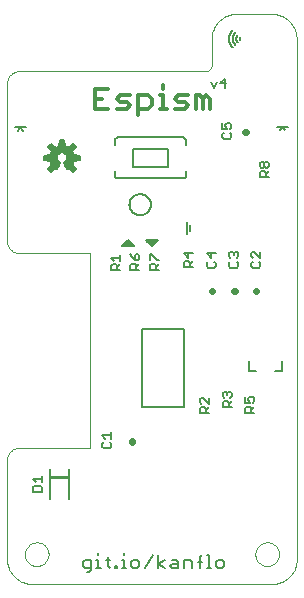
<source format=gto>
G75*
%MOIN*%
%OFA0B0*%
%FSLAX24Y24*%
%IPPOS*%
%LPD*%
%AMOC8*
5,1,8,0,0,1.08239X$1,22.5*
%
%ADD10C,0.0000*%
%ADD11C,0.0120*%
%ADD12C,0.0080*%
%ADD13C,0.0050*%
%ADD14C,0.0220*%
%ADD15C,0.0079*%
%ADD16C,0.0059*%
D10*
X003031Y003256D02*
X003031Y006602D01*
X003033Y006641D01*
X003039Y006679D01*
X003048Y006716D01*
X003061Y006753D01*
X003078Y006788D01*
X003097Y006821D01*
X003120Y006852D01*
X003146Y006881D01*
X003175Y006907D01*
X003206Y006930D01*
X003239Y006949D01*
X003274Y006966D01*
X003311Y006979D01*
X003348Y006988D01*
X003386Y006994D01*
X003425Y006996D01*
X005787Y006996D01*
X005787Y013492D01*
X003425Y013492D01*
X003425Y013491D02*
X003386Y013493D01*
X003348Y013499D01*
X003311Y013508D01*
X003274Y013521D01*
X003239Y013538D01*
X003206Y013557D01*
X003175Y013580D01*
X003146Y013606D01*
X003120Y013635D01*
X003097Y013666D01*
X003078Y013699D01*
X003061Y013734D01*
X003048Y013771D01*
X003039Y013808D01*
X003033Y013846D01*
X003031Y013885D01*
X003031Y019161D01*
X003033Y019200D01*
X003039Y019238D01*
X003048Y019275D01*
X003061Y019312D01*
X003078Y019347D01*
X003097Y019380D01*
X003120Y019411D01*
X003146Y019440D01*
X003175Y019466D01*
X003206Y019489D01*
X003239Y019508D01*
X003274Y019525D01*
X003311Y019538D01*
X003348Y019547D01*
X003386Y019553D01*
X003425Y019555D01*
X009645Y019555D01*
X009671Y019557D01*
X009696Y019562D01*
X009720Y019570D01*
X009744Y019581D01*
X009765Y019596D01*
X009784Y019613D01*
X009801Y019632D01*
X009816Y019654D01*
X009827Y019677D01*
X009835Y019701D01*
X009840Y019726D01*
X009842Y019752D01*
X009842Y020578D01*
X010630Y021466D02*
X011889Y021466D01*
X011944Y021460D01*
X011998Y021452D01*
X012051Y021440D01*
X012104Y021424D01*
X012156Y021405D01*
X012206Y021383D01*
X012254Y021357D01*
X012301Y021328D01*
X012346Y021297D01*
X012389Y021262D01*
X012429Y021225D01*
X012467Y021185D01*
X012502Y021143D01*
X012534Y021098D01*
X012563Y021052D01*
X012589Y021003D01*
X012612Y020954D01*
X012632Y020902D01*
X012648Y020850D01*
X012661Y020796D01*
X012670Y020742D01*
X012676Y020688D01*
X012678Y020633D01*
X012677Y020578D01*
X012677Y003256D01*
X012676Y003256D02*
X012674Y003202D01*
X012669Y003149D01*
X012660Y003096D01*
X012647Y003044D01*
X012631Y002992D01*
X012611Y002942D01*
X012588Y002894D01*
X012561Y002847D01*
X012532Y002802D01*
X012499Y002759D01*
X012464Y002719D01*
X012426Y002681D01*
X012386Y002646D01*
X012343Y002613D01*
X012298Y002584D01*
X012251Y002557D01*
X012203Y002534D01*
X012153Y002514D01*
X012101Y002498D01*
X012049Y002485D01*
X011996Y002476D01*
X011943Y002471D01*
X011889Y002469D01*
X011889Y002468D02*
X003819Y002468D01*
X003819Y002469D02*
X003765Y002471D01*
X003712Y002476D01*
X003659Y002485D01*
X003607Y002498D01*
X003555Y002514D01*
X003505Y002534D01*
X003457Y002557D01*
X003410Y002584D01*
X003365Y002613D01*
X003322Y002646D01*
X003282Y002681D01*
X003244Y002719D01*
X003209Y002759D01*
X003176Y002802D01*
X003147Y002847D01*
X003120Y002894D01*
X003097Y002942D01*
X003077Y002992D01*
X003061Y003044D01*
X003048Y003096D01*
X003039Y003149D01*
X003034Y003202D01*
X003032Y003256D01*
X003621Y003452D02*
X003623Y003491D01*
X003629Y003530D01*
X003639Y003568D01*
X003652Y003605D01*
X003669Y003640D01*
X003689Y003674D01*
X003713Y003705D01*
X003740Y003734D01*
X003769Y003760D01*
X003801Y003783D01*
X003835Y003803D01*
X003871Y003819D01*
X003908Y003831D01*
X003947Y003840D01*
X003986Y003845D01*
X004025Y003846D01*
X004064Y003843D01*
X004103Y003836D01*
X004140Y003825D01*
X004177Y003811D01*
X004212Y003793D01*
X004245Y003772D01*
X004276Y003747D01*
X004304Y003720D01*
X004329Y003690D01*
X004351Y003657D01*
X004370Y003623D01*
X004385Y003587D01*
X004397Y003549D01*
X004405Y003511D01*
X004409Y003472D01*
X004409Y003432D01*
X004405Y003393D01*
X004397Y003355D01*
X004385Y003317D01*
X004370Y003281D01*
X004351Y003247D01*
X004329Y003214D01*
X004304Y003184D01*
X004276Y003157D01*
X004245Y003132D01*
X004212Y003111D01*
X004177Y003093D01*
X004140Y003079D01*
X004103Y003068D01*
X004064Y003061D01*
X004025Y003058D01*
X003986Y003059D01*
X003947Y003064D01*
X003908Y003073D01*
X003871Y003085D01*
X003835Y003101D01*
X003801Y003121D01*
X003769Y003144D01*
X003740Y003170D01*
X003713Y003199D01*
X003689Y003230D01*
X003669Y003264D01*
X003652Y003299D01*
X003639Y003336D01*
X003629Y003374D01*
X003623Y003413D01*
X003621Y003452D01*
X011299Y003452D02*
X011301Y003491D01*
X011307Y003530D01*
X011317Y003568D01*
X011330Y003605D01*
X011347Y003640D01*
X011367Y003674D01*
X011391Y003705D01*
X011418Y003734D01*
X011447Y003760D01*
X011479Y003783D01*
X011513Y003803D01*
X011549Y003819D01*
X011586Y003831D01*
X011625Y003840D01*
X011664Y003845D01*
X011703Y003846D01*
X011742Y003843D01*
X011781Y003836D01*
X011818Y003825D01*
X011855Y003811D01*
X011890Y003793D01*
X011923Y003772D01*
X011954Y003747D01*
X011982Y003720D01*
X012007Y003690D01*
X012029Y003657D01*
X012048Y003623D01*
X012063Y003587D01*
X012075Y003549D01*
X012083Y003511D01*
X012087Y003472D01*
X012087Y003432D01*
X012083Y003393D01*
X012075Y003355D01*
X012063Y003317D01*
X012048Y003281D01*
X012029Y003247D01*
X012007Y003214D01*
X011982Y003184D01*
X011954Y003157D01*
X011923Y003132D01*
X011890Y003111D01*
X011855Y003093D01*
X011818Y003079D01*
X011781Y003068D01*
X011742Y003061D01*
X011703Y003058D01*
X011664Y003059D01*
X011625Y003064D01*
X011586Y003073D01*
X011549Y003085D01*
X011513Y003101D01*
X011479Y003121D01*
X011447Y003144D01*
X011418Y003170D01*
X011391Y003199D01*
X011367Y003230D01*
X011347Y003264D01*
X011330Y003299D01*
X011317Y003336D01*
X011307Y003374D01*
X011301Y003413D01*
X011299Y003452D01*
X009842Y020578D02*
X009841Y020633D01*
X009843Y020688D01*
X009849Y020742D01*
X009858Y020796D01*
X009871Y020850D01*
X009887Y020902D01*
X009907Y020954D01*
X009930Y021003D01*
X009956Y021052D01*
X009985Y021098D01*
X010017Y021143D01*
X010052Y021185D01*
X010090Y021225D01*
X010130Y021262D01*
X010173Y021297D01*
X010218Y021328D01*
X010265Y021357D01*
X010313Y021383D01*
X010363Y021405D01*
X010415Y021424D01*
X010468Y021440D01*
X010521Y021452D01*
X010575Y021460D01*
X010630Y021466D01*
D11*
X009668Y018749D02*
X009779Y018638D01*
X009779Y018304D01*
X009556Y018304D02*
X009556Y018638D01*
X009668Y018749D01*
X009556Y018638D02*
X009445Y018749D01*
X009334Y018749D01*
X009334Y018304D01*
X009054Y018415D02*
X008943Y018526D01*
X008720Y018526D01*
X008609Y018638D01*
X008720Y018749D01*
X009054Y018749D01*
X009054Y018415D02*
X008943Y018304D01*
X008609Y018304D01*
X008348Y018304D02*
X008125Y018304D01*
X008237Y018304D02*
X008237Y018749D01*
X008125Y018749D01*
X008237Y018972D02*
X008237Y019083D01*
X007846Y018638D02*
X007846Y018415D01*
X007734Y018304D01*
X007400Y018304D01*
X007400Y018081D02*
X007400Y018749D01*
X007734Y018749D01*
X007846Y018638D01*
X007121Y018749D02*
X006787Y018749D01*
X006675Y018638D01*
X006787Y018526D01*
X007009Y018526D01*
X007121Y018415D01*
X007009Y018304D01*
X006675Y018304D01*
X006396Y018304D02*
X005950Y018304D01*
X005950Y018972D01*
X006396Y018972D01*
X006173Y018638D02*
X005950Y018638D01*
D12*
X006722Y017356D02*
X008887Y017356D01*
X008887Y017355D02*
X008904Y017354D01*
X008921Y017349D01*
X008936Y017342D01*
X008950Y017332D01*
X008962Y017320D01*
X008972Y017306D01*
X008979Y017291D01*
X008984Y017274D01*
X008985Y017257D01*
X008986Y017257D02*
X008986Y017100D01*
X008395Y016962D02*
X008395Y016372D01*
X007214Y016372D01*
X007214Y016962D01*
X008395Y016962D01*
X008986Y016234D02*
X008986Y016076D01*
X008985Y016076D02*
X008984Y016059D01*
X008979Y016042D01*
X008972Y016027D01*
X008962Y016013D01*
X008950Y016001D01*
X008936Y015991D01*
X008921Y015984D01*
X008904Y015979D01*
X008887Y015978D01*
X006722Y015978D01*
X006705Y015979D01*
X006688Y015984D01*
X006673Y015991D01*
X006659Y016001D01*
X006647Y016013D01*
X006637Y016027D01*
X006630Y016042D01*
X006625Y016059D01*
X006624Y016076D01*
X006624Y016234D01*
X006624Y017100D02*
X006624Y017257D01*
X006625Y017274D01*
X006630Y017291D01*
X006637Y017306D01*
X006647Y017320D01*
X006659Y017332D01*
X006673Y017342D01*
X006688Y017349D01*
X006705Y017354D01*
X006722Y017355D01*
X003645Y017691D02*
X003463Y017691D01*
X003555Y017569D01*
X003463Y017691D02*
X003282Y017691D01*
X003377Y017569D02*
X003453Y017685D01*
X007525Y010955D02*
X008925Y010955D01*
X008925Y008375D01*
X007525Y008375D01*
X007525Y010955D01*
X011082Y009889D02*
X011082Y009574D01*
X011318Y009574D01*
X011948Y009574D02*
X012184Y009574D01*
X012184Y009889D01*
X010201Y003275D02*
X010061Y003275D01*
X009991Y003205D01*
X009991Y003065D01*
X010061Y002995D01*
X010201Y002995D01*
X010271Y003065D01*
X010271Y003205D01*
X010201Y003275D01*
X009824Y002995D02*
X009684Y002995D01*
X009754Y002995D02*
X009754Y003415D01*
X009684Y003415D01*
X009517Y003415D02*
X009447Y003345D01*
X009447Y002995D01*
X009377Y003205D02*
X009517Y003205D01*
X009197Y003205D02*
X009197Y002995D01*
X009197Y003205D02*
X009127Y003275D01*
X008916Y003275D01*
X008916Y002995D01*
X008736Y002995D02*
X008526Y002995D01*
X008456Y003065D01*
X008526Y003135D01*
X008736Y003135D01*
X008736Y003205D02*
X008736Y002995D01*
X008736Y003205D02*
X008666Y003275D01*
X008526Y003275D01*
X008282Y003275D02*
X008072Y003135D01*
X008282Y002995D01*
X008072Y002995D02*
X008072Y003415D01*
X007892Y003415D02*
X007612Y002995D01*
X007432Y003065D02*
X007362Y002995D01*
X007222Y002995D01*
X007152Y003065D01*
X007152Y003205D01*
X007222Y003275D01*
X007362Y003275D01*
X007432Y003205D01*
X007432Y003065D01*
X006985Y002995D02*
X006845Y002995D01*
X006915Y002995D02*
X006915Y003275D01*
X006845Y003275D01*
X006915Y003415D02*
X006915Y003485D01*
X006684Y003065D02*
X006684Y002995D01*
X006614Y002995D01*
X006614Y003065D01*
X006684Y003065D01*
X006448Y002995D02*
X006378Y003065D01*
X006378Y003345D01*
X006448Y003275D02*
X006307Y003275D01*
X006071Y003275D02*
X006071Y002995D01*
X006001Y002995D02*
X006141Y002995D01*
X006071Y003275D02*
X006001Y003275D01*
X006071Y003415D02*
X006071Y003485D01*
X005820Y003275D02*
X005610Y003275D01*
X005540Y003205D01*
X005540Y003065D01*
X005610Y002995D01*
X005820Y002995D01*
X005820Y002925D02*
X005820Y003275D01*
X005820Y002925D02*
X005750Y002855D01*
X005680Y002855D01*
X012119Y017584D02*
X012195Y017700D01*
X012205Y017706D02*
X012297Y017584D01*
X012386Y017706D02*
X012205Y017706D01*
X012024Y017706D01*
D13*
X011698Y016536D02*
X011748Y016486D01*
X011748Y016386D01*
X011698Y016335D01*
X011648Y016335D01*
X011598Y016386D01*
X011598Y016486D01*
X011648Y016536D01*
X011698Y016536D01*
X011598Y016486D02*
X011548Y016536D01*
X011498Y016536D01*
X011448Y016486D01*
X011448Y016386D01*
X011498Y016335D01*
X011548Y016335D01*
X011598Y016386D01*
X011598Y016213D02*
X011498Y016213D01*
X011448Y016163D01*
X011448Y016013D01*
X011748Y016013D01*
X011648Y016013D02*
X011648Y016163D01*
X011598Y016213D01*
X011648Y016113D02*
X011748Y016213D01*
X010491Y017348D02*
X010491Y017448D01*
X010441Y017498D01*
X010441Y017621D02*
X010491Y017671D01*
X010491Y017771D01*
X010441Y017821D01*
X010341Y017821D01*
X010291Y017771D01*
X010291Y017721D01*
X010341Y017621D01*
X010191Y017621D01*
X010191Y017821D01*
X010241Y017498D02*
X010191Y017448D01*
X010191Y017348D01*
X010241Y017298D01*
X010441Y017298D01*
X010491Y017348D01*
X010286Y018994D02*
X010286Y019294D01*
X010135Y019144D01*
X010336Y019144D01*
X010013Y019194D02*
X009913Y018994D01*
X009813Y019194D01*
X010797Y020594D02*
X010789Y020605D01*
X010783Y020617D01*
X010780Y020629D01*
X010780Y020643D01*
X010783Y020655D01*
X010789Y020667D01*
X010797Y020678D01*
X010547Y020928D02*
X010521Y020900D01*
X010498Y020869D01*
X010478Y020837D01*
X010461Y020803D01*
X010447Y020767D01*
X010437Y020731D01*
X010430Y020693D01*
X010426Y020655D01*
X010426Y020617D01*
X010430Y020579D01*
X010437Y020541D01*
X010447Y020505D01*
X010461Y020469D01*
X010478Y020435D01*
X010498Y020403D01*
X010521Y020372D01*
X010547Y020344D01*
X010630Y020427D02*
X010608Y020452D01*
X010589Y020479D01*
X010573Y020508D01*
X010561Y020539D01*
X010551Y020570D01*
X010546Y020603D01*
X010544Y020636D01*
X010546Y020669D01*
X010551Y020702D01*
X010561Y020733D01*
X010573Y020764D01*
X010589Y020793D01*
X010608Y020820D01*
X010630Y020845D01*
X010714Y020761D02*
X010697Y020742D01*
X010684Y020721D01*
X010673Y020698D01*
X010666Y020674D01*
X010662Y020649D01*
X010662Y020623D01*
X010666Y020598D01*
X010673Y020574D01*
X010684Y020551D01*
X010697Y020530D01*
X010714Y020511D01*
X009035Y014514D02*
X009035Y014120D01*
X009134Y014219D02*
X009134Y014415D01*
X009067Y013536D02*
X009067Y013335D01*
X008917Y013486D01*
X009217Y013486D01*
X009217Y013213D02*
X009117Y013113D01*
X009117Y013163D02*
X009117Y013013D01*
X009217Y013013D02*
X008917Y013013D01*
X008917Y013163D01*
X008967Y013213D01*
X009067Y013213D01*
X009117Y013163D01*
X009685Y013158D02*
X009685Y013058D01*
X009735Y013008D01*
X009935Y013008D01*
X009985Y013058D01*
X009985Y013158D01*
X009935Y013208D01*
X009835Y013330D02*
X009835Y013530D01*
X009685Y013480D02*
X009835Y013330D01*
X009735Y013208D02*
X009685Y013158D01*
X009685Y013480D02*
X009985Y013480D01*
X010422Y013480D02*
X010422Y013380D01*
X010472Y013330D01*
X010472Y013208D02*
X010422Y013158D01*
X010422Y013058D01*
X010472Y013008D01*
X010673Y013008D01*
X010723Y013058D01*
X010723Y013158D01*
X010673Y013208D01*
X010673Y013330D02*
X010723Y013380D01*
X010723Y013480D01*
X010673Y013530D01*
X010623Y013530D01*
X010573Y013480D01*
X010573Y013430D01*
X010573Y013480D02*
X010523Y013530D01*
X010472Y013530D01*
X010422Y013480D01*
X011160Y013480D02*
X011160Y013380D01*
X011210Y013330D01*
X011210Y013208D02*
X011160Y013158D01*
X011160Y013058D01*
X011210Y013008D01*
X011410Y013008D01*
X011460Y013058D01*
X011460Y013158D01*
X011410Y013208D01*
X011460Y013330D02*
X011260Y013530D01*
X011210Y013530D01*
X011160Y013480D01*
X011460Y013530D02*
X011460Y013330D01*
X010464Y008873D02*
X010414Y008873D01*
X010364Y008823D01*
X010364Y008773D01*
X010364Y008823D02*
X010313Y008873D01*
X010263Y008873D01*
X010213Y008823D01*
X010213Y008723D01*
X010263Y008673D01*
X010263Y008551D02*
X010364Y008551D01*
X010414Y008501D01*
X010414Y008351D01*
X010514Y008351D02*
X010213Y008351D01*
X010213Y008501D01*
X010263Y008551D01*
X010414Y008451D02*
X010514Y008551D01*
X010464Y008673D02*
X010514Y008723D01*
X010514Y008823D01*
X010464Y008873D01*
X010969Y008698D02*
X010969Y008498D01*
X011119Y008498D01*
X011069Y008598D01*
X011069Y008648D01*
X011119Y008698D01*
X011220Y008698D01*
X011270Y008648D01*
X011270Y008548D01*
X011220Y008498D01*
X011270Y008376D02*
X011169Y008276D01*
X011169Y008326D02*
X011169Y008176D01*
X011270Y008176D02*
X010969Y008176D01*
X010969Y008326D01*
X011019Y008376D01*
X011119Y008376D01*
X011169Y008326D01*
X009748Y008351D02*
X009648Y008251D01*
X009648Y008301D02*
X009648Y008151D01*
X009748Y008151D02*
X009448Y008151D01*
X009448Y008301D01*
X009498Y008351D01*
X009598Y008351D01*
X009648Y008301D01*
X009748Y008473D02*
X009548Y008673D01*
X009498Y008673D01*
X009448Y008623D01*
X009448Y008523D01*
X009498Y008473D01*
X009748Y008473D02*
X009748Y008673D01*
X008075Y012932D02*
X007775Y012932D01*
X007775Y013082D01*
X007825Y013132D01*
X007925Y013132D01*
X007975Y013082D01*
X007975Y012932D01*
X007975Y013032D02*
X008075Y013132D01*
X008075Y013254D02*
X008025Y013254D01*
X007825Y013454D01*
X007775Y013454D01*
X007775Y013254D01*
X007425Y013299D02*
X007375Y013249D01*
X007275Y013249D01*
X007275Y013399D01*
X007325Y013449D01*
X007375Y013449D01*
X007425Y013399D01*
X007425Y013299D01*
X007275Y013249D02*
X007175Y013349D01*
X007125Y013449D01*
X007175Y013127D02*
X007275Y013127D01*
X007325Y013077D01*
X007325Y012927D01*
X007325Y013027D02*
X007425Y013127D01*
X007425Y012927D02*
X007125Y012927D01*
X007125Y013077D01*
X007175Y013127D01*
X006794Y013111D02*
X006693Y013011D01*
X006693Y013061D02*
X006693Y012911D01*
X006794Y012911D02*
X006493Y012911D01*
X006493Y013061D01*
X006543Y013111D01*
X006643Y013111D01*
X006693Y013061D01*
X006593Y013233D02*
X006493Y013334D01*
X006794Y013334D01*
X006794Y013434D02*
X006794Y013233D01*
X006870Y013726D02*
X007263Y013726D01*
X007067Y013923D01*
X007066Y013923D01*
X007067Y013923D02*
X006870Y013726D01*
X007263Y013726D01*
X007261Y013729D02*
X006872Y013729D01*
X006921Y013777D02*
X007213Y013777D01*
X007164Y013826D02*
X006969Y013826D01*
X007018Y013874D02*
X007116Y013874D01*
X007657Y013923D02*
X008051Y013923D01*
X007854Y013726D01*
X007657Y013923D01*
X007658Y013923D02*
X008050Y013923D01*
X008002Y013874D02*
X007706Y013874D01*
X007755Y013826D02*
X007953Y013826D01*
X007905Y013777D02*
X007803Y013777D01*
X007852Y013729D02*
X007856Y013729D01*
X006494Y007510D02*
X006494Y007309D01*
X006494Y007410D02*
X006194Y007410D01*
X006294Y007309D01*
X006244Y007187D02*
X006194Y007137D01*
X006194Y007037D01*
X006244Y006987D01*
X006444Y006987D01*
X006494Y007037D01*
X006494Y007137D01*
X006444Y007187D01*
X005076Y006278D02*
X005076Y006042D01*
X005076Y006002D01*
X004447Y006002D01*
X004447Y006042D01*
X005076Y006042D01*
X005076Y005294D01*
X004447Y005294D02*
X004447Y006002D01*
X004447Y006042D02*
X004447Y006278D01*
X004186Y006050D02*
X004186Y005850D01*
X004186Y005950D02*
X003886Y005950D01*
X003986Y005850D01*
X003936Y005728D02*
X003886Y005677D01*
X003886Y005527D01*
X004186Y005527D01*
X004186Y005677D01*
X004136Y005728D01*
X003936Y005728D01*
D14*
X007194Y007186D02*
X007194Y007210D01*
X009840Y012242D02*
X009864Y012242D01*
X010603Y012242D02*
X010627Y012242D01*
X011315Y012242D02*
X011339Y012242D01*
X010978Y017523D02*
X010954Y017523D01*
D15*
X007105Y015104D02*
X007107Y015141D01*
X007113Y015178D01*
X007122Y015214D01*
X007136Y015248D01*
X007153Y015281D01*
X007173Y015313D01*
X007196Y015342D01*
X007222Y015368D01*
X007251Y015391D01*
X007282Y015411D01*
X007316Y015428D01*
X007350Y015442D01*
X007386Y015451D01*
X007423Y015457D01*
X007460Y015459D01*
X007497Y015457D01*
X007534Y015451D01*
X007570Y015442D01*
X007604Y015428D01*
X007637Y015411D01*
X007669Y015391D01*
X007698Y015368D01*
X007724Y015342D01*
X007747Y015313D01*
X007767Y015282D01*
X007784Y015248D01*
X007798Y015214D01*
X007807Y015178D01*
X007813Y015141D01*
X007815Y015104D01*
X007813Y015067D01*
X007807Y015030D01*
X007798Y014994D01*
X007784Y014960D01*
X007767Y014927D01*
X007747Y014895D01*
X007724Y014866D01*
X007698Y014840D01*
X007669Y014817D01*
X007638Y014797D01*
X007604Y014780D01*
X007570Y014766D01*
X007534Y014757D01*
X007497Y014751D01*
X007460Y014749D01*
X007423Y014751D01*
X007386Y014757D01*
X007350Y014766D01*
X007316Y014780D01*
X007283Y014797D01*
X007251Y014817D01*
X007222Y014840D01*
X007196Y014866D01*
X007173Y014895D01*
X007153Y014926D01*
X007136Y014960D01*
X007122Y014994D01*
X007113Y015030D01*
X007107Y015067D01*
X007105Y015104D01*
D16*
X005443Y016591D02*
X005443Y016735D01*
X005252Y016755D01*
X005231Y016819D01*
X005201Y016879D01*
X005322Y017027D01*
X005220Y017129D01*
X005072Y017008D01*
X005012Y017039D01*
X004948Y017059D01*
X004928Y017250D01*
X004784Y017250D01*
X004765Y017059D01*
X004701Y017039D01*
X004641Y017008D01*
X004493Y017129D01*
X004391Y017027D01*
X004512Y016879D01*
X004481Y016819D01*
X004461Y016755D01*
X004270Y016735D01*
X004270Y016591D01*
X004461Y016572D01*
X004481Y016508D01*
X004512Y016448D01*
X004391Y016300D01*
X004493Y016198D01*
X004641Y016319D01*
X004701Y016288D01*
X004786Y016493D01*
X004748Y016514D01*
X004716Y016544D01*
X004692Y016580D01*
X004677Y016620D01*
X004672Y016663D01*
X004677Y016707D01*
X004693Y016749D01*
X004400Y016749D01*
X004477Y016806D02*
X004741Y016806D01*
X004751Y016815D02*
X004789Y016835D01*
X004832Y016846D01*
X004876Y016847D01*
X004919Y016837D01*
X004959Y016817D01*
X004992Y016788D01*
X005018Y016752D01*
X005035Y016711D01*
X005041Y016667D01*
X005037Y016623D01*
X005022Y016582D01*
X004998Y016545D01*
X004965Y016515D01*
X004927Y016493D01*
X005012Y016288D01*
X005072Y016319D01*
X005220Y016198D01*
X005322Y016300D01*
X005201Y016448D01*
X005231Y016508D01*
X005252Y016572D01*
X005443Y016591D01*
X005443Y016633D02*
X005037Y016633D01*
X005037Y016691D02*
X005443Y016691D01*
X005312Y016749D02*
X005020Y016749D01*
X004971Y016806D02*
X005236Y016806D01*
X005208Y016864D02*
X004504Y016864D01*
X004477Y016921D02*
X005236Y016921D01*
X005282Y016979D02*
X004430Y016979D01*
X004400Y017036D02*
X004606Y017036D01*
X004697Y017036D02*
X005016Y017036D01*
X005107Y017036D02*
X005312Y017036D01*
X005255Y017094D02*
X005177Y017094D01*
X004944Y017094D02*
X004769Y017094D01*
X004774Y017151D02*
X004938Y017151D01*
X004932Y017209D02*
X004780Y017209D01*
X004535Y017094D02*
X004458Y017094D01*
X004718Y016785D02*
X004751Y016815D01*
X004718Y016785D02*
X004693Y016749D01*
X004675Y016691D02*
X004270Y016691D01*
X004270Y016633D02*
X004675Y016633D01*
X004694Y016576D02*
X004423Y016576D01*
X004478Y016518D02*
X004743Y016518D01*
X004772Y016461D02*
X004506Y016461D01*
X004475Y016403D02*
X004749Y016403D01*
X004725Y016346D02*
X004428Y016346D01*
X004403Y016288D02*
X004603Y016288D01*
X004533Y016231D02*
X004460Y016231D01*
X004940Y016461D02*
X005207Y016461D01*
X005235Y016518D02*
X004970Y016518D01*
X005018Y016576D02*
X005290Y016576D01*
X005237Y016403D02*
X004964Y016403D01*
X004988Y016346D02*
X005284Y016346D01*
X005310Y016288D02*
X005109Y016288D01*
X005180Y016231D02*
X005253Y016231D01*
M02*

</source>
